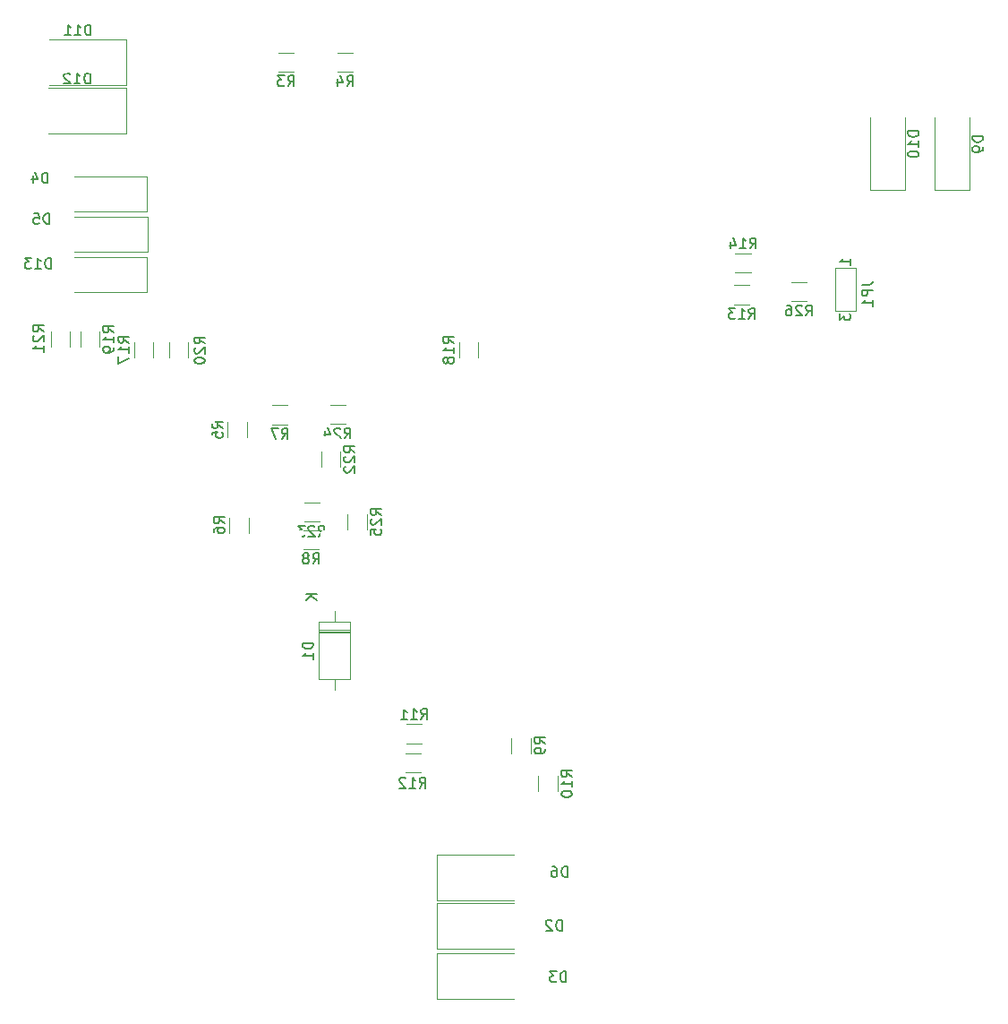
<source format=gbo>
%TF.GenerationSoftware,KiCad,Pcbnew,5.1.10-88a1d61d58~88~ubuntu18.04.1*%
%TF.CreationDate,2021-05-26T02:41:18+03:00*%
%TF.ProjectId,Micra Cruise Control Schemantics,4d696372-6120-4437-9275-69736520436f,rev?*%
%TF.SameCoordinates,Original*%
%TF.FileFunction,Legend,Bot*%
%TF.FilePolarity,Positive*%
%FSLAX46Y46*%
G04 Gerber Fmt 4.6, Leading zero omitted, Abs format (unit mm)*
G04 Created by KiCad (PCBNEW 5.1.10-88a1d61d58~88~ubuntu18.04.1) date 2021-05-26 02:41:18*
%MOMM*%
%LPD*%
G01*
G04 APERTURE LIST*
%ADD10C,0.120000*%
%ADD11C,0.150000*%
%ADD12O,1.600000X1.600000*%
%ADD13R,1.600000X1.600000*%
%ADD14C,3.700000*%
%ADD15O,1.950000X1.700000*%
%ADD16R,1.050000X1.500000*%
%ADD17O,1.050000X1.500000*%
%ADD18R,1.500000X1.000000*%
%ADD19O,1.700000X1.950000*%
%ADD20O,2.000000X1.700000*%
%ADD21R,3.500000X1.800000*%
%ADD22R,3.500000X2.300000*%
%ADD23R,1.800000X3.500000*%
%ADD24O,2.200000X2.200000*%
%ADD25R,2.200000X2.200000*%
%ADD26C,1.600000*%
G04 APERTURE END LIST*
D10*
%TO.C,R26*%
X111572936Y-65010000D02*
X113027064Y-65010000D01*
X111572936Y-63190000D02*
X113027064Y-63190000D01*
%TO.C,R25*%
X71410000Y-86577064D02*
X71410000Y-85122936D01*
X69590000Y-86577064D02*
X69590000Y-85122936D01*
%TO.C,R24*%
X67922936Y-76610000D02*
X69377064Y-76610000D01*
X67922936Y-74790000D02*
X69377064Y-74790000D01*
%TO.C,R23*%
X65472936Y-85860000D02*
X66927064Y-85860000D01*
X65472936Y-84040000D02*
X66927064Y-84040000D01*
%TO.C,R22*%
X68910000Y-80677064D02*
X68910000Y-79222936D01*
X67090000Y-80677064D02*
X67090000Y-79222936D01*
%TO.C,R21*%
X43328000Y-69281064D02*
X43328000Y-67826936D01*
X41508000Y-69281064D02*
X41508000Y-67826936D01*
%TO.C,R20*%
X52684000Y-68868936D02*
X52684000Y-70323064D01*
X54504000Y-68868936D02*
X54504000Y-70323064D01*
%TO.C,R19*%
X46122000Y-69333064D02*
X46122000Y-67878936D01*
X44302000Y-69333064D02*
X44302000Y-67878936D01*
%TO.C,R18*%
X80116000Y-68894936D02*
X80116000Y-70349064D01*
X81936000Y-68894936D02*
X81936000Y-70349064D01*
%TO.C,R17*%
X49382000Y-68842936D02*
X49382000Y-70297064D01*
X51202000Y-68842936D02*
X51202000Y-70297064D01*
%TO.C,R14*%
X107727064Y-60490000D02*
X106272936Y-60490000D01*
X107727064Y-62310000D02*
X106272936Y-62310000D01*
%TO.C,R13*%
X106172936Y-65310000D02*
X107627064Y-65310000D01*
X106172936Y-63490000D02*
X107627064Y-63490000D01*
%TO.C,R12*%
X76527064Y-107740000D02*
X75072936Y-107740000D01*
X76527064Y-109560000D02*
X75072936Y-109560000D01*
%TO.C,R11*%
X76627064Y-104990000D02*
X75172936Y-104990000D01*
X76627064Y-106810000D02*
X75172936Y-106810000D01*
%TO.C,R10*%
X89460000Y-111327064D02*
X89460000Y-109872936D01*
X87640000Y-111327064D02*
X87640000Y-109872936D01*
%TO.C,R9*%
X86910000Y-107727064D02*
X86910000Y-106272936D01*
X85090000Y-107727064D02*
X85090000Y-106272936D01*
%TO.C,R8*%
X65422936Y-88460000D02*
X66877064Y-88460000D01*
X65422936Y-86640000D02*
X66877064Y-86640000D01*
%TO.C,R7*%
X62472936Y-76660000D02*
X63927064Y-76660000D01*
X62472936Y-74840000D02*
X63927064Y-74840000D01*
%TO.C,R6*%
X58400000Y-85442936D02*
X58400000Y-86897064D01*
X60220000Y-85442936D02*
X60220000Y-86897064D01*
%TO.C,R5*%
X58240000Y-76422936D02*
X58240000Y-77877064D01*
X60060000Y-76422936D02*
X60060000Y-77877064D01*
%TO.C,R4*%
X68640936Y-43328000D02*
X70095064Y-43328000D01*
X68640936Y-41508000D02*
X70095064Y-41508000D01*
%TO.C,R3*%
X63052936Y-43328000D02*
X64507064Y-43328000D01*
X63052936Y-41508000D02*
X64507064Y-41508000D01*
%TO.C,JP1*%
X117700000Y-61850000D02*
X115700000Y-61850000D01*
X117700000Y-65950000D02*
X117700000Y-61850000D01*
X115700000Y-65950000D02*
X117700000Y-65950000D01*
X115700000Y-61850000D02*
X115700000Y-65950000D01*
%TO.C,D13*%
X50628000Y-60834000D02*
X50628000Y-64134000D01*
X50628000Y-64134000D02*
X43728000Y-64134000D01*
X50628000Y-60834000D02*
X43728000Y-60834000D01*
%TO.C,D12*%
X48636000Y-44850000D02*
X48636000Y-49150000D01*
X48636000Y-49150000D02*
X41336000Y-49150000D01*
X48636000Y-44850000D02*
X41336000Y-44850000D01*
%TO.C,D11*%
X48702000Y-40268000D02*
X48702000Y-44568000D01*
X48702000Y-44568000D02*
X41402000Y-44568000D01*
X48702000Y-40268000D02*
X41402000Y-40268000D01*
%TO.C,D10*%
X122300000Y-54530000D02*
X119000000Y-54530000D01*
X119000000Y-54530000D02*
X119000000Y-47630000D01*
X122300000Y-54530000D02*
X122300000Y-47630000D01*
%TO.C,D9*%
X128400000Y-54530000D02*
X125100000Y-54530000D01*
X125100000Y-54530000D02*
X125100000Y-47630000D01*
X128400000Y-54530000D02*
X128400000Y-47630000D01*
%TO.C,D6*%
X78000000Y-121600000D02*
X78000000Y-117300000D01*
X78000000Y-117300000D02*
X85300000Y-117300000D01*
X78000000Y-121600000D02*
X85300000Y-121600000D01*
%TO.C,D5*%
X50668000Y-57024000D02*
X50668000Y-60324000D01*
X50668000Y-60324000D02*
X43768000Y-60324000D01*
X50668000Y-57024000D02*
X43768000Y-57024000D01*
%TO.C,D4*%
X50628000Y-53214000D02*
X50628000Y-56514000D01*
X50628000Y-56514000D02*
X43728000Y-56514000D01*
X50628000Y-53214000D02*
X43728000Y-53214000D01*
%TO.C,D3*%
X78050000Y-130950000D02*
X78050000Y-126650000D01*
X78050000Y-126650000D02*
X85350000Y-126650000D01*
X78050000Y-130950000D02*
X85350000Y-130950000D01*
%TO.C,D2*%
X78000000Y-126200000D02*
X78000000Y-121900000D01*
X78000000Y-121900000D02*
X85300000Y-121900000D01*
X78000000Y-126200000D02*
X85300000Y-126200000D01*
%TO.C,D1*%
X66880000Y-95310000D02*
X69820000Y-95310000D01*
X69820000Y-95310000D02*
X69820000Y-100750000D01*
X69820000Y-100750000D02*
X66880000Y-100750000D01*
X66880000Y-100750000D02*
X66880000Y-95310000D01*
X68350000Y-94290000D02*
X68350000Y-95310000D01*
X68350000Y-101770000D02*
X68350000Y-100750000D01*
X66880000Y-96210000D02*
X69820000Y-96210000D01*
X66880000Y-96330000D02*
X69820000Y-96330000D01*
X66880000Y-96090000D02*
X69820000Y-96090000D01*
%TO.C,R26*%
D11*
X112942857Y-66372380D02*
X113276190Y-65896190D01*
X113514285Y-66372380D02*
X113514285Y-65372380D01*
X113133333Y-65372380D01*
X113038095Y-65420000D01*
X112990476Y-65467619D01*
X112942857Y-65562857D01*
X112942857Y-65705714D01*
X112990476Y-65800952D01*
X113038095Y-65848571D01*
X113133333Y-65896190D01*
X113514285Y-65896190D01*
X112561904Y-65467619D02*
X112514285Y-65420000D01*
X112419047Y-65372380D01*
X112180952Y-65372380D01*
X112085714Y-65420000D01*
X112038095Y-65467619D01*
X111990476Y-65562857D01*
X111990476Y-65658095D01*
X112038095Y-65800952D01*
X112609523Y-66372380D01*
X111990476Y-66372380D01*
X111133333Y-65372380D02*
X111323809Y-65372380D01*
X111419047Y-65420000D01*
X111466666Y-65467619D01*
X111561904Y-65610476D01*
X111609523Y-65800952D01*
X111609523Y-66181904D01*
X111561904Y-66277142D01*
X111514285Y-66324761D01*
X111419047Y-66372380D01*
X111228571Y-66372380D01*
X111133333Y-66324761D01*
X111085714Y-66277142D01*
X111038095Y-66181904D01*
X111038095Y-65943809D01*
X111085714Y-65848571D01*
X111133333Y-65800952D01*
X111228571Y-65753333D01*
X111419047Y-65753333D01*
X111514285Y-65800952D01*
X111561904Y-65848571D01*
X111609523Y-65943809D01*
%TO.C,R25*%
X72772380Y-85207142D02*
X72296190Y-84873809D01*
X72772380Y-84635714D02*
X71772380Y-84635714D01*
X71772380Y-85016666D01*
X71820000Y-85111904D01*
X71867619Y-85159523D01*
X71962857Y-85207142D01*
X72105714Y-85207142D01*
X72200952Y-85159523D01*
X72248571Y-85111904D01*
X72296190Y-85016666D01*
X72296190Y-84635714D01*
X71867619Y-85588095D02*
X71820000Y-85635714D01*
X71772380Y-85730952D01*
X71772380Y-85969047D01*
X71820000Y-86064285D01*
X71867619Y-86111904D01*
X71962857Y-86159523D01*
X72058095Y-86159523D01*
X72200952Y-86111904D01*
X72772380Y-85540476D01*
X72772380Y-86159523D01*
X71772380Y-87064285D02*
X71772380Y-86588095D01*
X72248571Y-86540476D01*
X72200952Y-86588095D01*
X72153333Y-86683333D01*
X72153333Y-86921428D01*
X72200952Y-87016666D01*
X72248571Y-87064285D01*
X72343809Y-87111904D01*
X72581904Y-87111904D01*
X72677142Y-87064285D01*
X72724761Y-87016666D01*
X72772380Y-86921428D01*
X72772380Y-86683333D01*
X72724761Y-86588095D01*
X72677142Y-86540476D01*
%TO.C,R24*%
X69292857Y-77972380D02*
X69626190Y-77496190D01*
X69864285Y-77972380D02*
X69864285Y-76972380D01*
X69483333Y-76972380D01*
X69388095Y-77020000D01*
X69340476Y-77067619D01*
X69292857Y-77162857D01*
X69292857Y-77305714D01*
X69340476Y-77400952D01*
X69388095Y-77448571D01*
X69483333Y-77496190D01*
X69864285Y-77496190D01*
X68911904Y-77067619D02*
X68864285Y-77020000D01*
X68769047Y-76972380D01*
X68530952Y-76972380D01*
X68435714Y-77020000D01*
X68388095Y-77067619D01*
X68340476Y-77162857D01*
X68340476Y-77258095D01*
X68388095Y-77400952D01*
X68959523Y-77972380D01*
X68340476Y-77972380D01*
X67483333Y-77305714D02*
X67483333Y-77972380D01*
X67721428Y-76924761D02*
X67959523Y-77639047D01*
X67340476Y-77639047D01*
%TO.C,R23*%
X66842857Y-87222380D02*
X67176190Y-86746190D01*
X67414285Y-87222380D02*
X67414285Y-86222380D01*
X67033333Y-86222380D01*
X66938095Y-86270000D01*
X66890476Y-86317619D01*
X66842857Y-86412857D01*
X66842857Y-86555714D01*
X66890476Y-86650952D01*
X66938095Y-86698571D01*
X67033333Y-86746190D01*
X67414285Y-86746190D01*
X66461904Y-86317619D02*
X66414285Y-86270000D01*
X66319047Y-86222380D01*
X66080952Y-86222380D01*
X65985714Y-86270000D01*
X65938095Y-86317619D01*
X65890476Y-86412857D01*
X65890476Y-86508095D01*
X65938095Y-86650952D01*
X66509523Y-87222380D01*
X65890476Y-87222380D01*
X65557142Y-86222380D02*
X64938095Y-86222380D01*
X65271428Y-86603333D01*
X65128571Y-86603333D01*
X65033333Y-86650952D01*
X64985714Y-86698571D01*
X64938095Y-86793809D01*
X64938095Y-87031904D01*
X64985714Y-87127142D01*
X65033333Y-87174761D01*
X65128571Y-87222380D01*
X65414285Y-87222380D01*
X65509523Y-87174761D01*
X65557142Y-87127142D01*
%TO.C,R22*%
X70272380Y-79307142D02*
X69796190Y-78973809D01*
X70272380Y-78735714D02*
X69272380Y-78735714D01*
X69272380Y-79116666D01*
X69320000Y-79211904D01*
X69367619Y-79259523D01*
X69462857Y-79307142D01*
X69605714Y-79307142D01*
X69700952Y-79259523D01*
X69748571Y-79211904D01*
X69796190Y-79116666D01*
X69796190Y-78735714D01*
X69367619Y-79688095D02*
X69320000Y-79735714D01*
X69272380Y-79830952D01*
X69272380Y-80069047D01*
X69320000Y-80164285D01*
X69367619Y-80211904D01*
X69462857Y-80259523D01*
X69558095Y-80259523D01*
X69700952Y-80211904D01*
X70272380Y-79640476D01*
X70272380Y-80259523D01*
X69367619Y-80640476D02*
X69320000Y-80688095D01*
X69272380Y-80783333D01*
X69272380Y-81021428D01*
X69320000Y-81116666D01*
X69367619Y-81164285D01*
X69462857Y-81211904D01*
X69558095Y-81211904D01*
X69700952Y-81164285D01*
X70272380Y-80592857D01*
X70272380Y-81211904D01*
%TO.C,R21*%
X40832380Y-67877142D02*
X40356190Y-67543809D01*
X40832380Y-67305714D02*
X39832380Y-67305714D01*
X39832380Y-67686666D01*
X39880000Y-67781904D01*
X39927619Y-67829523D01*
X40022857Y-67877142D01*
X40165714Y-67877142D01*
X40260952Y-67829523D01*
X40308571Y-67781904D01*
X40356190Y-67686666D01*
X40356190Y-67305714D01*
X39927619Y-68258095D02*
X39880000Y-68305714D01*
X39832380Y-68400952D01*
X39832380Y-68639047D01*
X39880000Y-68734285D01*
X39927619Y-68781904D01*
X40022857Y-68829523D01*
X40118095Y-68829523D01*
X40260952Y-68781904D01*
X40832380Y-68210476D01*
X40832380Y-68829523D01*
X40832380Y-69781904D02*
X40832380Y-69210476D01*
X40832380Y-69496190D02*
X39832380Y-69496190D01*
X39975238Y-69400952D01*
X40070476Y-69305714D01*
X40118095Y-69210476D01*
%TO.C,R20*%
X56092380Y-69007142D02*
X55616190Y-68673809D01*
X56092380Y-68435714D02*
X55092380Y-68435714D01*
X55092380Y-68816666D01*
X55140000Y-68911904D01*
X55187619Y-68959523D01*
X55282857Y-69007142D01*
X55425714Y-69007142D01*
X55520952Y-68959523D01*
X55568571Y-68911904D01*
X55616190Y-68816666D01*
X55616190Y-68435714D01*
X55187619Y-69388095D02*
X55140000Y-69435714D01*
X55092380Y-69530952D01*
X55092380Y-69769047D01*
X55140000Y-69864285D01*
X55187619Y-69911904D01*
X55282857Y-69959523D01*
X55378095Y-69959523D01*
X55520952Y-69911904D01*
X56092380Y-69340476D01*
X56092380Y-69959523D01*
X55092380Y-70578571D02*
X55092380Y-70673809D01*
X55140000Y-70769047D01*
X55187619Y-70816666D01*
X55282857Y-70864285D01*
X55473333Y-70911904D01*
X55711428Y-70911904D01*
X55901904Y-70864285D01*
X55997142Y-70816666D01*
X56044761Y-70769047D01*
X56092380Y-70673809D01*
X56092380Y-70578571D01*
X56044761Y-70483333D01*
X55997142Y-70435714D01*
X55901904Y-70388095D01*
X55711428Y-70340476D01*
X55473333Y-70340476D01*
X55282857Y-70388095D01*
X55187619Y-70435714D01*
X55140000Y-70483333D01*
X55092380Y-70578571D01*
%TO.C,R19*%
X47484380Y-67963142D02*
X47008190Y-67629809D01*
X47484380Y-67391714D02*
X46484380Y-67391714D01*
X46484380Y-67772666D01*
X46532000Y-67867904D01*
X46579619Y-67915523D01*
X46674857Y-67963142D01*
X46817714Y-67963142D01*
X46912952Y-67915523D01*
X46960571Y-67867904D01*
X47008190Y-67772666D01*
X47008190Y-67391714D01*
X47484380Y-68915523D02*
X47484380Y-68344095D01*
X47484380Y-68629809D02*
X46484380Y-68629809D01*
X46627238Y-68534571D01*
X46722476Y-68439333D01*
X46770095Y-68344095D01*
X47484380Y-69391714D02*
X47484380Y-69582190D01*
X47436761Y-69677428D01*
X47389142Y-69725047D01*
X47246285Y-69820285D01*
X47055809Y-69867904D01*
X46674857Y-69867904D01*
X46579619Y-69820285D01*
X46532000Y-69772666D01*
X46484380Y-69677428D01*
X46484380Y-69486952D01*
X46532000Y-69391714D01*
X46579619Y-69344095D01*
X46674857Y-69296476D01*
X46912952Y-69296476D01*
X47008190Y-69344095D01*
X47055809Y-69391714D01*
X47103428Y-69486952D01*
X47103428Y-69677428D01*
X47055809Y-69772666D01*
X47008190Y-69820285D01*
X46912952Y-69867904D01*
%TO.C,R18*%
X79658380Y-68979142D02*
X79182190Y-68645809D01*
X79658380Y-68407714D02*
X78658380Y-68407714D01*
X78658380Y-68788666D01*
X78706000Y-68883904D01*
X78753619Y-68931523D01*
X78848857Y-68979142D01*
X78991714Y-68979142D01*
X79086952Y-68931523D01*
X79134571Y-68883904D01*
X79182190Y-68788666D01*
X79182190Y-68407714D01*
X79658380Y-69931523D02*
X79658380Y-69360095D01*
X79658380Y-69645809D02*
X78658380Y-69645809D01*
X78801238Y-69550571D01*
X78896476Y-69455333D01*
X78944095Y-69360095D01*
X79086952Y-70502952D02*
X79039333Y-70407714D01*
X78991714Y-70360095D01*
X78896476Y-70312476D01*
X78848857Y-70312476D01*
X78753619Y-70360095D01*
X78706000Y-70407714D01*
X78658380Y-70502952D01*
X78658380Y-70693428D01*
X78706000Y-70788666D01*
X78753619Y-70836285D01*
X78848857Y-70883904D01*
X78896476Y-70883904D01*
X78991714Y-70836285D01*
X79039333Y-70788666D01*
X79086952Y-70693428D01*
X79086952Y-70502952D01*
X79134571Y-70407714D01*
X79182190Y-70360095D01*
X79277428Y-70312476D01*
X79467904Y-70312476D01*
X79563142Y-70360095D01*
X79610761Y-70407714D01*
X79658380Y-70502952D01*
X79658380Y-70693428D01*
X79610761Y-70788666D01*
X79563142Y-70836285D01*
X79467904Y-70883904D01*
X79277428Y-70883904D01*
X79182190Y-70836285D01*
X79134571Y-70788666D01*
X79086952Y-70693428D01*
%TO.C,R17*%
X48924380Y-68927142D02*
X48448190Y-68593809D01*
X48924380Y-68355714D02*
X47924380Y-68355714D01*
X47924380Y-68736666D01*
X47972000Y-68831904D01*
X48019619Y-68879523D01*
X48114857Y-68927142D01*
X48257714Y-68927142D01*
X48352952Y-68879523D01*
X48400571Y-68831904D01*
X48448190Y-68736666D01*
X48448190Y-68355714D01*
X48924380Y-69879523D02*
X48924380Y-69308095D01*
X48924380Y-69593809D02*
X47924380Y-69593809D01*
X48067238Y-69498571D01*
X48162476Y-69403333D01*
X48210095Y-69308095D01*
X47924380Y-70212857D02*
X47924380Y-70879523D01*
X48924380Y-70450952D01*
%TO.C,R14*%
X107642857Y-60032380D02*
X107976190Y-59556190D01*
X108214285Y-60032380D02*
X108214285Y-59032380D01*
X107833333Y-59032380D01*
X107738095Y-59080000D01*
X107690476Y-59127619D01*
X107642857Y-59222857D01*
X107642857Y-59365714D01*
X107690476Y-59460952D01*
X107738095Y-59508571D01*
X107833333Y-59556190D01*
X108214285Y-59556190D01*
X106690476Y-60032380D02*
X107261904Y-60032380D01*
X106976190Y-60032380D02*
X106976190Y-59032380D01*
X107071428Y-59175238D01*
X107166666Y-59270476D01*
X107261904Y-59318095D01*
X105833333Y-59365714D02*
X105833333Y-60032380D01*
X106071428Y-58984761D02*
X106309523Y-59699047D01*
X105690476Y-59699047D01*
%TO.C,R13*%
X107542857Y-66672380D02*
X107876190Y-66196190D01*
X108114285Y-66672380D02*
X108114285Y-65672380D01*
X107733333Y-65672380D01*
X107638095Y-65720000D01*
X107590476Y-65767619D01*
X107542857Y-65862857D01*
X107542857Y-66005714D01*
X107590476Y-66100952D01*
X107638095Y-66148571D01*
X107733333Y-66196190D01*
X108114285Y-66196190D01*
X106590476Y-66672380D02*
X107161904Y-66672380D01*
X106876190Y-66672380D02*
X106876190Y-65672380D01*
X106971428Y-65815238D01*
X107066666Y-65910476D01*
X107161904Y-65958095D01*
X106257142Y-65672380D02*
X105638095Y-65672380D01*
X105971428Y-66053333D01*
X105828571Y-66053333D01*
X105733333Y-66100952D01*
X105685714Y-66148571D01*
X105638095Y-66243809D01*
X105638095Y-66481904D01*
X105685714Y-66577142D01*
X105733333Y-66624761D01*
X105828571Y-66672380D01*
X106114285Y-66672380D01*
X106209523Y-66624761D01*
X106257142Y-66577142D01*
%TO.C,R12*%
X76392857Y-111012380D02*
X76726190Y-110536190D01*
X76964285Y-111012380D02*
X76964285Y-110012380D01*
X76583333Y-110012380D01*
X76488095Y-110060000D01*
X76440476Y-110107619D01*
X76392857Y-110202857D01*
X76392857Y-110345714D01*
X76440476Y-110440952D01*
X76488095Y-110488571D01*
X76583333Y-110536190D01*
X76964285Y-110536190D01*
X75440476Y-111012380D02*
X76011904Y-111012380D01*
X75726190Y-111012380D02*
X75726190Y-110012380D01*
X75821428Y-110155238D01*
X75916666Y-110250476D01*
X76011904Y-110298095D01*
X75059523Y-110107619D02*
X75011904Y-110060000D01*
X74916666Y-110012380D01*
X74678571Y-110012380D01*
X74583333Y-110060000D01*
X74535714Y-110107619D01*
X74488095Y-110202857D01*
X74488095Y-110298095D01*
X74535714Y-110440952D01*
X75107142Y-111012380D01*
X74488095Y-111012380D01*
%TO.C,R11*%
X76542857Y-104532380D02*
X76876190Y-104056190D01*
X77114285Y-104532380D02*
X77114285Y-103532380D01*
X76733333Y-103532380D01*
X76638095Y-103580000D01*
X76590476Y-103627619D01*
X76542857Y-103722857D01*
X76542857Y-103865714D01*
X76590476Y-103960952D01*
X76638095Y-104008571D01*
X76733333Y-104056190D01*
X77114285Y-104056190D01*
X75590476Y-104532380D02*
X76161904Y-104532380D01*
X75876190Y-104532380D02*
X75876190Y-103532380D01*
X75971428Y-103675238D01*
X76066666Y-103770476D01*
X76161904Y-103818095D01*
X74638095Y-104532380D02*
X75209523Y-104532380D01*
X74923809Y-104532380D02*
X74923809Y-103532380D01*
X75019047Y-103675238D01*
X75114285Y-103770476D01*
X75209523Y-103818095D01*
%TO.C,R10*%
X90822380Y-109957142D02*
X90346190Y-109623809D01*
X90822380Y-109385714D02*
X89822380Y-109385714D01*
X89822380Y-109766666D01*
X89870000Y-109861904D01*
X89917619Y-109909523D01*
X90012857Y-109957142D01*
X90155714Y-109957142D01*
X90250952Y-109909523D01*
X90298571Y-109861904D01*
X90346190Y-109766666D01*
X90346190Y-109385714D01*
X90822380Y-110909523D02*
X90822380Y-110338095D01*
X90822380Y-110623809D02*
X89822380Y-110623809D01*
X89965238Y-110528571D01*
X90060476Y-110433333D01*
X90108095Y-110338095D01*
X89822380Y-111528571D02*
X89822380Y-111623809D01*
X89870000Y-111719047D01*
X89917619Y-111766666D01*
X90012857Y-111814285D01*
X90203333Y-111861904D01*
X90441428Y-111861904D01*
X90631904Y-111814285D01*
X90727142Y-111766666D01*
X90774761Y-111719047D01*
X90822380Y-111623809D01*
X90822380Y-111528571D01*
X90774761Y-111433333D01*
X90727142Y-111385714D01*
X90631904Y-111338095D01*
X90441428Y-111290476D01*
X90203333Y-111290476D01*
X90012857Y-111338095D01*
X89917619Y-111385714D01*
X89870000Y-111433333D01*
X89822380Y-111528571D01*
%TO.C,R9*%
X88272380Y-106833333D02*
X87796190Y-106500000D01*
X88272380Y-106261904D02*
X87272380Y-106261904D01*
X87272380Y-106642857D01*
X87320000Y-106738095D01*
X87367619Y-106785714D01*
X87462857Y-106833333D01*
X87605714Y-106833333D01*
X87700952Y-106785714D01*
X87748571Y-106738095D01*
X87796190Y-106642857D01*
X87796190Y-106261904D01*
X88272380Y-107309523D02*
X88272380Y-107500000D01*
X88224761Y-107595238D01*
X88177142Y-107642857D01*
X88034285Y-107738095D01*
X87843809Y-107785714D01*
X87462857Y-107785714D01*
X87367619Y-107738095D01*
X87320000Y-107690476D01*
X87272380Y-107595238D01*
X87272380Y-107404761D01*
X87320000Y-107309523D01*
X87367619Y-107261904D01*
X87462857Y-107214285D01*
X87700952Y-107214285D01*
X87796190Y-107261904D01*
X87843809Y-107309523D01*
X87891428Y-107404761D01*
X87891428Y-107595238D01*
X87843809Y-107690476D01*
X87796190Y-107738095D01*
X87700952Y-107785714D01*
%TO.C,R8*%
X66316666Y-89822380D02*
X66650000Y-89346190D01*
X66888095Y-89822380D02*
X66888095Y-88822380D01*
X66507142Y-88822380D01*
X66411904Y-88870000D01*
X66364285Y-88917619D01*
X66316666Y-89012857D01*
X66316666Y-89155714D01*
X66364285Y-89250952D01*
X66411904Y-89298571D01*
X66507142Y-89346190D01*
X66888095Y-89346190D01*
X65745238Y-89250952D02*
X65840476Y-89203333D01*
X65888095Y-89155714D01*
X65935714Y-89060476D01*
X65935714Y-89012857D01*
X65888095Y-88917619D01*
X65840476Y-88870000D01*
X65745238Y-88822380D01*
X65554761Y-88822380D01*
X65459523Y-88870000D01*
X65411904Y-88917619D01*
X65364285Y-89012857D01*
X65364285Y-89060476D01*
X65411904Y-89155714D01*
X65459523Y-89203333D01*
X65554761Y-89250952D01*
X65745238Y-89250952D01*
X65840476Y-89298571D01*
X65888095Y-89346190D01*
X65935714Y-89441428D01*
X65935714Y-89631904D01*
X65888095Y-89727142D01*
X65840476Y-89774761D01*
X65745238Y-89822380D01*
X65554761Y-89822380D01*
X65459523Y-89774761D01*
X65411904Y-89727142D01*
X65364285Y-89631904D01*
X65364285Y-89441428D01*
X65411904Y-89346190D01*
X65459523Y-89298571D01*
X65554761Y-89250952D01*
%TO.C,R7*%
X63366666Y-78022380D02*
X63700000Y-77546190D01*
X63938095Y-78022380D02*
X63938095Y-77022380D01*
X63557142Y-77022380D01*
X63461904Y-77070000D01*
X63414285Y-77117619D01*
X63366666Y-77212857D01*
X63366666Y-77355714D01*
X63414285Y-77450952D01*
X63461904Y-77498571D01*
X63557142Y-77546190D01*
X63938095Y-77546190D01*
X63033333Y-77022380D02*
X62366666Y-77022380D01*
X62795238Y-78022380D01*
%TO.C,R6*%
X57942380Y-86003333D02*
X57466190Y-85670000D01*
X57942380Y-85431904D02*
X56942380Y-85431904D01*
X56942380Y-85812857D01*
X56990000Y-85908095D01*
X57037619Y-85955714D01*
X57132857Y-86003333D01*
X57275714Y-86003333D01*
X57370952Y-85955714D01*
X57418571Y-85908095D01*
X57466190Y-85812857D01*
X57466190Y-85431904D01*
X56942380Y-86860476D02*
X56942380Y-86670000D01*
X56990000Y-86574761D01*
X57037619Y-86527142D01*
X57180476Y-86431904D01*
X57370952Y-86384285D01*
X57751904Y-86384285D01*
X57847142Y-86431904D01*
X57894761Y-86479523D01*
X57942380Y-86574761D01*
X57942380Y-86765238D01*
X57894761Y-86860476D01*
X57847142Y-86908095D01*
X57751904Y-86955714D01*
X57513809Y-86955714D01*
X57418571Y-86908095D01*
X57370952Y-86860476D01*
X57323333Y-86765238D01*
X57323333Y-86574761D01*
X57370952Y-86479523D01*
X57418571Y-86431904D01*
X57513809Y-86384285D01*
%TO.C,R5*%
X57782380Y-76983333D02*
X57306190Y-76650000D01*
X57782380Y-76411904D02*
X56782380Y-76411904D01*
X56782380Y-76792857D01*
X56830000Y-76888095D01*
X56877619Y-76935714D01*
X56972857Y-76983333D01*
X57115714Y-76983333D01*
X57210952Y-76935714D01*
X57258571Y-76888095D01*
X57306190Y-76792857D01*
X57306190Y-76411904D01*
X56782380Y-77888095D02*
X56782380Y-77411904D01*
X57258571Y-77364285D01*
X57210952Y-77411904D01*
X57163333Y-77507142D01*
X57163333Y-77745238D01*
X57210952Y-77840476D01*
X57258571Y-77888095D01*
X57353809Y-77935714D01*
X57591904Y-77935714D01*
X57687142Y-77888095D01*
X57734761Y-77840476D01*
X57782380Y-77745238D01*
X57782380Y-77507142D01*
X57734761Y-77411904D01*
X57687142Y-77364285D01*
%TO.C,R4*%
X69534666Y-44690380D02*
X69868000Y-44214190D01*
X70106095Y-44690380D02*
X70106095Y-43690380D01*
X69725142Y-43690380D01*
X69629904Y-43738000D01*
X69582285Y-43785619D01*
X69534666Y-43880857D01*
X69534666Y-44023714D01*
X69582285Y-44118952D01*
X69629904Y-44166571D01*
X69725142Y-44214190D01*
X70106095Y-44214190D01*
X68677523Y-44023714D02*
X68677523Y-44690380D01*
X68915619Y-43642761D02*
X69153714Y-44357047D01*
X68534666Y-44357047D01*
%TO.C,R3*%
X63946666Y-44690380D02*
X64280000Y-44214190D01*
X64518095Y-44690380D02*
X64518095Y-43690380D01*
X64137142Y-43690380D01*
X64041904Y-43738000D01*
X63994285Y-43785619D01*
X63946666Y-43880857D01*
X63946666Y-44023714D01*
X63994285Y-44118952D01*
X64041904Y-44166571D01*
X64137142Y-44214190D01*
X64518095Y-44214190D01*
X63613333Y-43690380D02*
X62994285Y-43690380D01*
X63327619Y-44071333D01*
X63184761Y-44071333D01*
X63089523Y-44118952D01*
X63041904Y-44166571D01*
X62994285Y-44261809D01*
X62994285Y-44499904D01*
X63041904Y-44595142D01*
X63089523Y-44642761D01*
X63184761Y-44690380D01*
X63470476Y-44690380D01*
X63565714Y-44642761D01*
X63613333Y-44595142D01*
%TO.C,JP1*%
X118242380Y-63466666D02*
X118956666Y-63466666D01*
X119099523Y-63419047D01*
X119194761Y-63323809D01*
X119242380Y-63180952D01*
X119242380Y-63085714D01*
X119242380Y-63942857D02*
X118242380Y-63942857D01*
X118242380Y-64323809D01*
X118290000Y-64419047D01*
X118337619Y-64466666D01*
X118432857Y-64514285D01*
X118575714Y-64514285D01*
X118670952Y-64466666D01*
X118718571Y-64419047D01*
X118766190Y-64323809D01*
X118766190Y-63942857D01*
X119242380Y-65466666D02*
X119242380Y-64895238D01*
X119242380Y-65180952D02*
X118242380Y-65180952D01*
X118385238Y-65085714D01*
X118480476Y-64990476D01*
X118528095Y-64895238D01*
X117152380Y-61585714D02*
X117152380Y-61014285D01*
X117152380Y-61300000D02*
X116152380Y-61300000D01*
X116295238Y-61204761D01*
X116390476Y-61109523D01*
X116438095Y-61014285D01*
X116152380Y-66166666D02*
X116152380Y-66785714D01*
X116533333Y-66452380D01*
X116533333Y-66595238D01*
X116580952Y-66690476D01*
X116628571Y-66738095D01*
X116723809Y-66785714D01*
X116961904Y-66785714D01*
X117057142Y-66738095D01*
X117104761Y-66690476D01*
X117152380Y-66595238D01*
X117152380Y-66309523D01*
X117104761Y-66214285D01*
X117057142Y-66166666D01*
%TO.C,D13*%
X41544285Y-61922380D02*
X41544285Y-60922380D01*
X41306190Y-60922380D01*
X41163333Y-60970000D01*
X41068095Y-61065238D01*
X41020476Y-61160476D01*
X40972857Y-61350952D01*
X40972857Y-61493809D01*
X41020476Y-61684285D01*
X41068095Y-61779523D01*
X41163333Y-61874761D01*
X41306190Y-61922380D01*
X41544285Y-61922380D01*
X40020476Y-61922380D02*
X40591904Y-61922380D01*
X40306190Y-61922380D02*
X40306190Y-60922380D01*
X40401428Y-61065238D01*
X40496666Y-61160476D01*
X40591904Y-61208095D01*
X39687142Y-60922380D02*
X39068095Y-60922380D01*
X39401428Y-61303333D01*
X39258571Y-61303333D01*
X39163333Y-61350952D01*
X39115714Y-61398571D01*
X39068095Y-61493809D01*
X39068095Y-61731904D01*
X39115714Y-61827142D01*
X39163333Y-61874761D01*
X39258571Y-61922380D01*
X39544285Y-61922380D01*
X39639523Y-61874761D01*
X39687142Y-61827142D01*
%TO.C,D12*%
X45250285Y-44452380D02*
X45250285Y-43452380D01*
X45012190Y-43452380D01*
X44869333Y-43500000D01*
X44774095Y-43595238D01*
X44726476Y-43690476D01*
X44678857Y-43880952D01*
X44678857Y-44023809D01*
X44726476Y-44214285D01*
X44774095Y-44309523D01*
X44869333Y-44404761D01*
X45012190Y-44452380D01*
X45250285Y-44452380D01*
X43726476Y-44452380D02*
X44297904Y-44452380D01*
X44012190Y-44452380D02*
X44012190Y-43452380D01*
X44107428Y-43595238D01*
X44202666Y-43690476D01*
X44297904Y-43738095D01*
X43345523Y-43547619D02*
X43297904Y-43500000D01*
X43202666Y-43452380D01*
X42964571Y-43452380D01*
X42869333Y-43500000D01*
X42821714Y-43547619D01*
X42774095Y-43642857D01*
X42774095Y-43738095D01*
X42821714Y-43880952D01*
X43393142Y-44452380D01*
X42774095Y-44452380D01*
%TO.C,D11*%
X45316285Y-39870380D02*
X45316285Y-38870380D01*
X45078190Y-38870380D01*
X44935333Y-38918000D01*
X44840095Y-39013238D01*
X44792476Y-39108476D01*
X44744857Y-39298952D01*
X44744857Y-39441809D01*
X44792476Y-39632285D01*
X44840095Y-39727523D01*
X44935333Y-39822761D01*
X45078190Y-39870380D01*
X45316285Y-39870380D01*
X43792476Y-39870380D02*
X44363904Y-39870380D01*
X44078190Y-39870380D02*
X44078190Y-38870380D01*
X44173428Y-39013238D01*
X44268666Y-39108476D01*
X44363904Y-39156095D01*
X42840095Y-39870380D02*
X43411523Y-39870380D01*
X43125809Y-39870380D02*
X43125809Y-38870380D01*
X43221047Y-39013238D01*
X43316285Y-39108476D01*
X43411523Y-39156095D01*
%TO.C,D10*%
X123602380Y-48915714D02*
X122602380Y-48915714D01*
X122602380Y-49153809D01*
X122650000Y-49296666D01*
X122745238Y-49391904D01*
X122840476Y-49439523D01*
X123030952Y-49487142D01*
X123173809Y-49487142D01*
X123364285Y-49439523D01*
X123459523Y-49391904D01*
X123554761Y-49296666D01*
X123602380Y-49153809D01*
X123602380Y-48915714D01*
X123602380Y-50439523D02*
X123602380Y-49868095D01*
X123602380Y-50153809D02*
X122602380Y-50153809D01*
X122745238Y-50058571D01*
X122840476Y-49963333D01*
X122888095Y-49868095D01*
X122602380Y-51058571D02*
X122602380Y-51153809D01*
X122650000Y-51249047D01*
X122697619Y-51296666D01*
X122792857Y-51344285D01*
X122983333Y-51391904D01*
X123221428Y-51391904D01*
X123411904Y-51344285D01*
X123507142Y-51296666D01*
X123554761Y-51249047D01*
X123602380Y-51153809D01*
X123602380Y-51058571D01*
X123554761Y-50963333D01*
X123507142Y-50915714D01*
X123411904Y-50868095D01*
X123221428Y-50820476D01*
X122983333Y-50820476D01*
X122792857Y-50868095D01*
X122697619Y-50915714D01*
X122650000Y-50963333D01*
X122602380Y-51058571D01*
%TO.C,D9*%
X129702380Y-49391904D02*
X128702380Y-49391904D01*
X128702380Y-49630000D01*
X128750000Y-49772857D01*
X128845238Y-49868095D01*
X128940476Y-49915714D01*
X129130952Y-49963333D01*
X129273809Y-49963333D01*
X129464285Y-49915714D01*
X129559523Y-49868095D01*
X129654761Y-49772857D01*
X129702380Y-49630000D01*
X129702380Y-49391904D01*
X129702380Y-50439523D02*
X129702380Y-50630000D01*
X129654761Y-50725238D01*
X129607142Y-50772857D01*
X129464285Y-50868095D01*
X129273809Y-50915714D01*
X128892857Y-50915714D01*
X128797619Y-50868095D01*
X128750000Y-50820476D01*
X128702380Y-50725238D01*
X128702380Y-50534761D01*
X128750000Y-50439523D01*
X128797619Y-50391904D01*
X128892857Y-50344285D01*
X129130952Y-50344285D01*
X129226190Y-50391904D01*
X129273809Y-50439523D01*
X129321428Y-50534761D01*
X129321428Y-50725238D01*
X129273809Y-50820476D01*
X129226190Y-50868095D01*
X129130952Y-50915714D01*
%TO.C,D6*%
X90378095Y-119422380D02*
X90378095Y-118422380D01*
X90140000Y-118422380D01*
X89997142Y-118470000D01*
X89901904Y-118565238D01*
X89854285Y-118660476D01*
X89806666Y-118850952D01*
X89806666Y-118993809D01*
X89854285Y-119184285D01*
X89901904Y-119279523D01*
X89997142Y-119374761D01*
X90140000Y-119422380D01*
X90378095Y-119422380D01*
X88949523Y-118422380D02*
X89140000Y-118422380D01*
X89235238Y-118470000D01*
X89282857Y-118517619D01*
X89378095Y-118660476D01*
X89425714Y-118850952D01*
X89425714Y-119231904D01*
X89378095Y-119327142D01*
X89330476Y-119374761D01*
X89235238Y-119422380D01*
X89044761Y-119422380D01*
X88949523Y-119374761D01*
X88901904Y-119327142D01*
X88854285Y-119231904D01*
X88854285Y-118993809D01*
X88901904Y-118898571D01*
X88949523Y-118850952D01*
X89044761Y-118803333D01*
X89235238Y-118803333D01*
X89330476Y-118850952D01*
X89378095Y-118898571D01*
X89425714Y-118993809D01*
%TO.C,D5*%
X41398095Y-57702380D02*
X41398095Y-56702380D01*
X41160000Y-56702380D01*
X41017142Y-56750000D01*
X40921904Y-56845238D01*
X40874285Y-56940476D01*
X40826666Y-57130952D01*
X40826666Y-57273809D01*
X40874285Y-57464285D01*
X40921904Y-57559523D01*
X41017142Y-57654761D01*
X41160000Y-57702380D01*
X41398095Y-57702380D01*
X39921904Y-56702380D02*
X40398095Y-56702380D01*
X40445714Y-57178571D01*
X40398095Y-57130952D01*
X40302857Y-57083333D01*
X40064761Y-57083333D01*
X39969523Y-57130952D01*
X39921904Y-57178571D01*
X39874285Y-57273809D01*
X39874285Y-57511904D01*
X39921904Y-57607142D01*
X39969523Y-57654761D01*
X40064761Y-57702380D01*
X40302857Y-57702380D01*
X40398095Y-57654761D01*
X40445714Y-57607142D01*
%TO.C,D4*%
X41248095Y-53842380D02*
X41248095Y-52842380D01*
X41010000Y-52842380D01*
X40867142Y-52890000D01*
X40771904Y-52985238D01*
X40724285Y-53080476D01*
X40676666Y-53270952D01*
X40676666Y-53413809D01*
X40724285Y-53604285D01*
X40771904Y-53699523D01*
X40867142Y-53794761D01*
X41010000Y-53842380D01*
X41248095Y-53842380D01*
X39819523Y-53175714D02*
X39819523Y-53842380D01*
X40057619Y-52794761D02*
X40295714Y-53509047D01*
X39676666Y-53509047D01*
%TO.C,D3*%
X90268095Y-129362380D02*
X90268095Y-128362380D01*
X90030000Y-128362380D01*
X89887142Y-128410000D01*
X89791904Y-128505238D01*
X89744285Y-128600476D01*
X89696666Y-128790952D01*
X89696666Y-128933809D01*
X89744285Y-129124285D01*
X89791904Y-129219523D01*
X89887142Y-129314761D01*
X90030000Y-129362380D01*
X90268095Y-129362380D01*
X89363333Y-128362380D02*
X88744285Y-128362380D01*
X89077619Y-128743333D01*
X88934761Y-128743333D01*
X88839523Y-128790952D01*
X88791904Y-128838571D01*
X88744285Y-128933809D01*
X88744285Y-129171904D01*
X88791904Y-129267142D01*
X88839523Y-129314761D01*
X88934761Y-129362380D01*
X89220476Y-129362380D01*
X89315714Y-129314761D01*
X89363333Y-129267142D01*
%TO.C,D2*%
X89868095Y-124482380D02*
X89868095Y-123482380D01*
X89630000Y-123482380D01*
X89487142Y-123530000D01*
X89391904Y-123625238D01*
X89344285Y-123720476D01*
X89296666Y-123910952D01*
X89296666Y-124053809D01*
X89344285Y-124244285D01*
X89391904Y-124339523D01*
X89487142Y-124434761D01*
X89630000Y-124482380D01*
X89868095Y-124482380D01*
X88915714Y-123577619D02*
X88868095Y-123530000D01*
X88772857Y-123482380D01*
X88534761Y-123482380D01*
X88439523Y-123530000D01*
X88391904Y-123577619D01*
X88344285Y-123672857D01*
X88344285Y-123768095D01*
X88391904Y-123910952D01*
X88963333Y-124482380D01*
X88344285Y-124482380D01*
%TO.C,D1*%
X66332380Y-97291904D02*
X65332380Y-97291904D01*
X65332380Y-97530000D01*
X65380000Y-97672857D01*
X65475238Y-97768095D01*
X65570476Y-97815714D01*
X65760952Y-97863333D01*
X65903809Y-97863333D01*
X66094285Y-97815714D01*
X66189523Y-97768095D01*
X66284761Y-97672857D01*
X66332380Y-97530000D01*
X66332380Y-97291904D01*
X66332380Y-98815714D02*
X66332380Y-98244285D01*
X66332380Y-98530000D02*
X65332380Y-98530000D01*
X65475238Y-98434761D01*
X65570476Y-98339523D01*
X65618095Y-98244285D01*
X66702380Y-92688095D02*
X65702380Y-92688095D01*
X66702380Y-93259523D02*
X66130952Y-92830952D01*
X65702380Y-93259523D02*
X66273809Y-92688095D01*
%TD*%
%LPC*%
D12*
%TO.C,A1*%
X89840000Y-86310000D03*
X74600000Y-86310000D03*
X89840000Y-50750000D03*
X74600000Y-83770000D03*
X89840000Y-53290000D03*
X74600000Y-81230000D03*
X89840000Y-55830000D03*
X74600000Y-78690000D03*
X89840000Y-58370000D03*
X74600000Y-76150000D03*
X89840000Y-60910000D03*
X74600000Y-73610000D03*
X89840000Y-63450000D03*
X74600000Y-71070000D03*
X89840000Y-65990000D03*
X74600000Y-68530000D03*
X89840000Y-68530000D03*
X74600000Y-65990000D03*
X89840000Y-71070000D03*
X74600000Y-63450000D03*
X89840000Y-73610000D03*
X74600000Y-60910000D03*
X89840000Y-76150000D03*
X74600000Y-58370000D03*
X89840000Y-78690000D03*
X74600000Y-55830000D03*
X89840000Y-81230000D03*
X74600000Y-53290000D03*
X89840000Y-83770000D03*
D13*
X74600000Y-50750000D03*
%TD*%
D14*
%TO.C,H3*%
X81026000Y-42672000D03*
%TD*%
%TO.C,H2*%
X46736000Y-125476000D03*
%TD*%
%TO.C,H1*%
X123190000Y-127000000D03*
%TD*%
D15*
%TO.C,J1*%
X71800000Y-128800000D03*
X71800000Y-126300000D03*
X71800000Y-123800000D03*
X71800000Y-121300000D03*
G36*
G01*
X71075000Y-117950000D02*
X72525000Y-117950000D01*
G75*
G02*
X72775000Y-118200000I0J-250000D01*
G01*
X72775000Y-119400000D01*
G75*
G02*
X72525000Y-119650000I-250000J0D01*
G01*
X71075000Y-119650000D01*
G75*
G02*
X70825000Y-119400000I0J250000D01*
G01*
X70825000Y-118200000D01*
G75*
G02*
X71075000Y-117950000I250000J0D01*
G01*
G37*
%TD*%
%TO.C,R26*%
G36*
G01*
X113200000Y-64725001D02*
X113200000Y-63474999D01*
G75*
G02*
X113449999Y-63225000I249999J0D01*
G01*
X114250001Y-63225000D01*
G75*
G02*
X114500000Y-63474999I0J-249999D01*
G01*
X114500000Y-64725001D01*
G75*
G02*
X114250001Y-64975000I-249999J0D01*
G01*
X113449999Y-64975000D01*
G75*
G02*
X113200000Y-64725001I0J249999D01*
G01*
G37*
G36*
G01*
X110100000Y-64725001D02*
X110100000Y-63474999D01*
G75*
G02*
X110349999Y-63225000I249999J0D01*
G01*
X111150001Y-63225000D01*
G75*
G02*
X111400000Y-63474999I0J-249999D01*
G01*
X111400000Y-64725001D01*
G75*
G02*
X111150001Y-64975000I-249999J0D01*
G01*
X110349999Y-64975000D01*
G75*
G02*
X110100000Y-64725001I0J249999D01*
G01*
G37*
%TD*%
%TO.C,R25*%
G36*
G01*
X71125001Y-84950000D02*
X69874999Y-84950000D01*
G75*
G02*
X69625000Y-84700001I0J249999D01*
G01*
X69625000Y-83899999D01*
G75*
G02*
X69874999Y-83650000I249999J0D01*
G01*
X71125001Y-83650000D01*
G75*
G02*
X71375000Y-83899999I0J-249999D01*
G01*
X71375000Y-84700001D01*
G75*
G02*
X71125001Y-84950000I-249999J0D01*
G01*
G37*
G36*
G01*
X71125001Y-88050000D02*
X69874999Y-88050000D01*
G75*
G02*
X69625000Y-87800001I0J249999D01*
G01*
X69625000Y-86999999D01*
G75*
G02*
X69874999Y-86750000I249999J0D01*
G01*
X71125001Y-86750000D01*
G75*
G02*
X71375000Y-86999999I0J-249999D01*
G01*
X71375000Y-87800001D01*
G75*
G02*
X71125001Y-88050000I-249999J0D01*
G01*
G37*
%TD*%
%TO.C,R24*%
G36*
G01*
X69550000Y-76325001D02*
X69550000Y-75074999D01*
G75*
G02*
X69799999Y-74825000I249999J0D01*
G01*
X70600001Y-74825000D01*
G75*
G02*
X70850000Y-75074999I0J-249999D01*
G01*
X70850000Y-76325001D01*
G75*
G02*
X70600001Y-76575000I-249999J0D01*
G01*
X69799999Y-76575000D01*
G75*
G02*
X69550000Y-76325001I0J249999D01*
G01*
G37*
G36*
G01*
X66450000Y-76325001D02*
X66450000Y-75074999D01*
G75*
G02*
X66699999Y-74825000I249999J0D01*
G01*
X67500001Y-74825000D01*
G75*
G02*
X67750000Y-75074999I0J-249999D01*
G01*
X67750000Y-76325001D01*
G75*
G02*
X67500001Y-76575000I-249999J0D01*
G01*
X66699999Y-76575000D01*
G75*
G02*
X66450000Y-76325001I0J249999D01*
G01*
G37*
%TD*%
%TO.C,R23*%
G36*
G01*
X67100000Y-85575001D02*
X67100000Y-84324999D01*
G75*
G02*
X67349999Y-84075000I249999J0D01*
G01*
X68150001Y-84075000D01*
G75*
G02*
X68400000Y-84324999I0J-249999D01*
G01*
X68400000Y-85575001D01*
G75*
G02*
X68150001Y-85825000I-249999J0D01*
G01*
X67349999Y-85825000D01*
G75*
G02*
X67100000Y-85575001I0J249999D01*
G01*
G37*
G36*
G01*
X64000000Y-85575001D02*
X64000000Y-84324999D01*
G75*
G02*
X64249999Y-84075000I249999J0D01*
G01*
X65050001Y-84075000D01*
G75*
G02*
X65300000Y-84324999I0J-249999D01*
G01*
X65300000Y-85575001D01*
G75*
G02*
X65050001Y-85825000I-249999J0D01*
G01*
X64249999Y-85825000D01*
G75*
G02*
X64000000Y-85575001I0J249999D01*
G01*
G37*
%TD*%
%TO.C,R22*%
G36*
G01*
X68625001Y-79050000D02*
X67374999Y-79050000D01*
G75*
G02*
X67125000Y-78800001I0J249999D01*
G01*
X67125000Y-77999999D01*
G75*
G02*
X67374999Y-77750000I249999J0D01*
G01*
X68625001Y-77750000D01*
G75*
G02*
X68875000Y-77999999I0J-249999D01*
G01*
X68875000Y-78800001D01*
G75*
G02*
X68625001Y-79050000I-249999J0D01*
G01*
G37*
G36*
G01*
X68625001Y-82150000D02*
X67374999Y-82150000D01*
G75*
G02*
X67125000Y-81900001I0J249999D01*
G01*
X67125000Y-81099999D01*
G75*
G02*
X67374999Y-80850000I249999J0D01*
G01*
X68625001Y-80850000D01*
G75*
G02*
X68875000Y-81099999I0J-249999D01*
G01*
X68875000Y-81900001D01*
G75*
G02*
X68625001Y-82150000I-249999J0D01*
G01*
G37*
%TD*%
%TO.C,R21*%
G36*
G01*
X43043001Y-67654000D02*
X41792999Y-67654000D01*
G75*
G02*
X41543000Y-67404001I0J249999D01*
G01*
X41543000Y-66603999D01*
G75*
G02*
X41792999Y-66354000I249999J0D01*
G01*
X43043001Y-66354000D01*
G75*
G02*
X43293000Y-66603999I0J-249999D01*
G01*
X43293000Y-67404001D01*
G75*
G02*
X43043001Y-67654000I-249999J0D01*
G01*
G37*
G36*
G01*
X43043001Y-70754000D02*
X41792999Y-70754000D01*
G75*
G02*
X41543000Y-70504001I0J249999D01*
G01*
X41543000Y-69703999D01*
G75*
G02*
X41792999Y-69454000I249999J0D01*
G01*
X43043001Y-69454000D01*
G75*
G02*
X43293000Y-69703999I0J-249999D01*
G01*
X43293000Y-70504001D01*
G75*
G02*
X43043001Y-70754000I-249999J0D01*
G01*
G37*
%TD*%
%TO.C,R20*%
G36*
G01*
X52968999Y-70496000D02*
X54219001Y-70496000D01*
G75*
G02*
X54469000Y-70745999I0J-249999D01*
G01*
X54469000Y-71546001D01*
G75*
G02*
X54219001Y-71796000I-249999J0D01*
G01*
X52968999Y-71796000D01*
G75*
G02*
X52719000Y-71546001I0J249999D01*
G01*
X52719000Y-70745999D01*
G75*
G02*
X52968999Y-70496000I249999J0D01*
G01*
G37*
G36*
G01*
X52968999Y-67396000D02*
X54219001Y-67396000D01*
G75*
G02*
X54469000Y-67645999I0J-249999D01*
G01*
X54469000Y-68446001D01*
G75*
G02*
X54219001Y-68696000I-249999J0D01*
G01*
X52968999Y-68696000D01*
G75*
G02*
X52719000Y-68446001I0J249999D01*
G01*
X52719000Y-67645999D01*
G75*
G02*
X52968999Y-67396000I249999J0D01*
G01*
G37*
%TD*%
%TO.C,R19*%
G36*
G01*
X45837001Y-67706000D02*
X44586999Y-67706000D01*
G75*
G02*
X44337000Y-67456001I0J249999D01*
G01*
X44337000Y-66655999D01*
G75*
G02*
X44586999Y-66406000I249999J0D01*
G01*
X45837001Y-66406000D01*
G75*
G02*
X46087000Y-66655999I0J-249999D01*
G01*
X46087000Y-67456001D01*
G75*
G02*
X45837001Y-67706000I-249999J0D01*
G01*
G37*
G36*
G01*
X45837001Y-70806000D02*
X44586999Y-70806000D01*
G75*
G02*
X44337000Y-70556001I0J249999D01*
G01*
X44337000Y-69755999D01*
G75*
G02*
X44586999Y-69506000I249999J0D01*
G01*
X45837001Y-69506000D01*
G75*
G02*
X46087000Y-69755999I0J-249999D01*
G01*
X46087000Y-70556001D01*
G75*
G02*
X45837001Y-70806000I-249999J0D01*
G01*
G37*
%TD*%
%TO.C,R18*%
G36*
G01*
X80400999Y-70522000D02*
X81651001Y-70522000D01*
G75*
G02*
X81901000Y-70771999I0J-249999D01*
G01*
X81901000Y-71572001D01*
G75*
G02*
X81651001Y-71822000I-249999J0D01*
G01*
X80400999Y-71822000D01*
G75*
G02*
X80151000Y-71572001I0J249999D01*
G01*
X80151000Y-70771999D01*
G75*
G02*
X80400999Y-70522000I249999J0D01*
G01*
G37*
G36*
G01*
X80400999Y-67422000D02*
X81651001Y-67422000D01*
G75*
G02*
X81901000Y-67671999I0J-249999D01*
G01*
X81901000Y-68472001D01*
G75*
G02*
X81651001Y-68722000I-249999J0D01*
G01*
X80400999Y-68722000D01*
G75*
G02*
X80151000Y-68472001I0J249999D01*
G01*
X80151000Y-67671999D01*
G75*
G02*
X80400999Y-67422000I249999J0D01*
G01*
G37*
%TD*%
%TO.C,R17*%
G36*
G01*
X49666999Y-70470000D02*
X50917001Y-70470000D01*
G75*
G02*
X51167000Y-70719999I0J-249999D01*
G01*
X51167000Y-71520001D01*
G75*
G02*
X50917001Y-71770000I-249999J0D01*
G01*
X49666999Y-71770000D01*
G75*
G02*
X49417000Y-71520001I0J249999D01*
G01*
X49417000Y-70719999D01*
G75*
G02*
X49666999Y-70470000I249999J0D01*
G01*
G37*
G36*
G01*
X49666999Y-67370000D02*
X50917001Y-67370000D01*
G75*
G02*
X51167000Y-67619999I0J-249999D01*
G01*
X51167000Y-68420001D01*
G75*
G02*
X50917001Y-68670000I-249999J0D01*
G01*
X49666999Y-68670000D01*
G75*
G02*
X49417000Y-68420001I0J249999D01*
G01*
X49417000Y-67619999D01*
G75*
G02*
X49666999Y-67370000I249999J0D01*
G01*
G37*
%TD*%
%TO.C,R14*%
G36*
G01*
X106100000Y-60774999D02*
X106100000Y-62025001D01*
G75*
G02*
X105850001Y-62275000I-249999J0D01*
G01*
X105049999Y-62275000D01*
G75*
G02*
X104800000Y-62025001I0J249999D01*
G01*
X104800000Y-60774999D01*
G75*
G02*
X105049999Y-60525000I249999J0D01*
G01*
X105850001Y-60525000D01*
G75*
G02*
X106100000Y-60774999I0J-249999D01*
G01*
G37*
G36*
G01*
X109200000Y-60774999D02*
X109200000Y-62025001D01*
G75*
G02*
X108950001Y-62275000I-249999J0D01*
G01*
X108149999Y-62275000D01*
G75*
G02*
X107900000Y-62025001I0J249999D01*
G01*
X107900000Y-60774999D01*
G75*
G02*
X108149999Y-60525000I249999J0D01*
G01*
X108950001Y-60525000D01*
G75*
G02*
X109200000Y-60774999I0J-249999D01*
G01*
G37*
%TD*%
%TO.C,R13*%
G36*
G01*
X107800000Y-65025001D02*
X107800000Y-63774999D01*
G75*
G02*
X108049999Y-63525000I249999J0D01*
G01*
X108850001Y-63525000D01*
G75*
G02*
X109100000Y-63774999I0J-249999D01*
G01*
X109100000Y-65025001D01*
G75*
G02*
X108850001Y-65275000I-249999J0D01*
G01*
X108049999Y-65275000D01*
G75*
G02*
X107800000Y-65025001I0J249999D01*
G01*
G37*
G36*
G01*
X104700000Y-65025001D02*
X104700000Y-63774999D01*
G75*
G02*
X104949999Y-63525000I249999J0D01*
G01*
X105750001Y-63525000D01*
G75*
G02*
X106000000Y-63774999I0J-249999D01*
G01*
X106000000Y-65025001D01*
G75*
G02*
X105750001Y-65275000I-249999J0D01*
G01*
X104949999Y-65275000D01*
G75*
G02*
X104700000Y-65025001I0J249999D01*
G01*
G37*
%TD*%
%TO.C,R12*%
G36*
G01*
X74900000Y-108024999D02*
X74900000Y-109275001D01*
G75*
G02*
X74650001Y-109525000I-249999J0D01*
G01*
X73849999Y-109525000D01*
G75*
G02*
X73600000Y-109275001I0J249999D01*
G01*
X73600000Y-108024999D01*
G75*
G02*
X73849999Y-107775000I249999J0D01*
G01*
X74650001Y-107775000D01*
G75*
G02*
X74900000Y-108024999I0J-249999D01*
G01*
G37*
G36*
G01*
X78000000Y-108024999D02*
X78000000Y-109275001D01*
G75*
G02*
X77750001Y-109525000I-249999J0D01*
G01*
X76949999Y-109525000D01*
G75*
G02*
X76700000Y-109275001I0J249999D01*
G01*
X76700000Y-108024999D01*
G75*
G02*
X76949999Y-107775000I249999J0D01*
G01*
X77750001Y-107775000D01*
G75*
G02*
X78000000Y-108024999I0J-249999D01*
G01*
G37*
%TD*%
%TO.C,R11*%
G36*
G01*
X75000000Y-105274999D02*
X75000000Y-106525001D01*
G75*
G02*
X74750001Y-106775000I-249999J0D01*
G01*
X73949999Y-106775000D01*
G75*
G02*
X73700000Y-106525001I0J249999D01*
G01*
X73700000Y-105274999D01*
G75*
G02*
X73949999Y-105025000I249999J0D01*
G01*
X74750001Y-105025000D01*
G75*
G02*
X75000000Y-105274999I0J-249999D01*
G01*
G37*
G36*
G01*
X78100000Y-105274999D02*
X78100000Y-106525001D01*
G75*
G02*
X77850001Y-106775000I-249999J0D01*
G01*
X77049999Y-106775000D01*
G75*
G02*
X76800000Y-106525001I0J249999D01*
G01*
X76800000Y-105274999D01*
G75*
G02*
X77049999Y-105025000I249999J0D01*
G01*
X77850001Y-105025000D01*
G75*
G02*
X78100000Y-105274999I0J-249999D01*
G01*
G37*
%TD*%
%TO.C,R10*%
G36*
G01*
X89175001Y-109700000D02*
X87924999Y-109700000D01*
G75*
G02*
X87675000Y-109450001I0J249999D01*
G01*
X87675000Y-108649999D01*
G75*
G02*
X87924999Y-108400000I249999J0D01*
G01*
X89175001Y-108400000D01*
G75*
G02*
X89425000Y-108649999I0J-249999D01*
G01*
X89425000Y-109450001D01*
G75*
G02*
X89175001Y-109700000I-249999J0D01*
G01*
G37*
G36*
G01*
X89175001Y-112800000D02*
X87924999Y-112800000D01*
G75*
G02*
X87675000Y-112550001I0J249999D01*
G01*
X87675000Y-111749999D01*
G75*
G02*
X87924999Y-111500000I249999J0D01*
G01*
X89175001Y-111500000D01*
G75*
G02*
X89425000Y-111749999I0J-249999D01*
G01*
X89425000Y-112550001D01*
G75*
G02*
X89175001Y-112800000I-249999J0D01*
G01*
G37*
%TD*%
%TO.C,R9*%
G36*
G01*
X86625001Y-106100000D02*
X85374999Y-106100000D01*
G75*
G02*
X85125000Y-105850001I0J249999D01*
G01*
X85125000Y-105049999D01*
G75*
G02*
X85374999Y-104800000I249999J0D01*
G01*
X86625001Y-104800000D01*
G75*
G02*
X86875000Y-105049999I0J-249999D01*
G01*
X86875000Y-105850001D01*
G75*
G02*
X86625001Y-106100000I-249999J0D01*
G01*
G37*
G36*
G01*
X86625001Y-109200000D02*
X85374999Y-109200000D01*
G75*
G02*
X85125000Y-108950001I0J249999D01*
G01*
X85125000Y-108149999D01*
G75*
G02*
X85374999Y-107900000I249999J0D01*
G01*
X86625001Y-107900000D01*
G75*
G02*
X86875000Y-108149999I0J-249999D01*
G01*
X86875000Y-108950001D01*
G75*
G02*
X86625001Y-109200000I-249999J0D01*
G01*
G37*
%TD*%
%TO.C,R8*%
G36*
G01*
X67050000Y-88175001D02*
X67050000Y-86924999D01*
G75*
G02*
X67299999Y-86675000I249999J0D01*
G01*
X68100001Y-86675000D01*
G75*
G02*
X68350000Y-86924999I0J-249999D01*
G01*
X68350000Y-88175001D01*
G75*
G02*
X68100001Y-88425000I-249999J0D01*
G01*
X67299999Y-88425000D01*
G75*
G02*
X67050000Y-88175001I0J249999D01*
G01*
G37*
G36*
G01*
X63950000Y-88175001D02*
X63950000Y-86924999D01*
G75*
G02*
X64199999Y-86675000I249999J0D01*
G01*
X65000001Y-86675000D01*
G75*
G02*
X65250000Y-86924999I0J-249999D01*
G01*
X65250000Y-88175001D01*
G75*
G02*
X65000001Y-88425000I-249999J0D01*
G01*
X64199999Y-88425000D01*
G75*
G02*
X63950000Y-88175001I0J249999D01*
G01*
G37*
%TD*%
%TO.C,R7*%
G36*
G01*
X64100000Y-76375001D02*
X64100000Y-75124999D01*
G75*
G02*
X64349999Y-74875000I249999J0D01*
G01*
X65150001Y-74875000D01*
G75*
G02*
X65400000Y-75124999I0J-249999D01*
G01*
X65400000Y-76375001D01*
G75*
G02*
X65150001Y-76625000I-249999J0D01*
G01*
X64349999Y-76625000D01*
G75*
G02*
X64100000Y-76375001I0J249999D01*
G01*
G37*
G36*
G01*
X61000000Y-76375001D02*
X61000000Y-75124999D01*
G75*
G02*
X61249999Y-74875000I249999J0D01*
G01*
X62050001Y-74875000D01*
G75*
G02*
X62300000Y-75124999I0J-249999D01*
G01*
X62300000Y-76375001D01*
G75*
G02*
X62050001Y-76625000I-249999J0D01*
G01*
X61249999Y-76625000D01*
G75*
G02*
X61000000Y-76375001I0J249999D01*
G01*
G37*
%TD*%
%TO.C,R6*%
G36*
G01*
X58684999Y-87070000D02*
X59935001Y-87070000D01*
G75*
G02*
X60185000Y-87319999I0J-249999D01*
G01*
X60185000Y-88120001D01*
G75*
G02*
X59935001Y-88370000I-249999J0D01*
G01*
X58684999Y-88370000D01*
G75*
G02*
X58435000Y-88120001I0J249999D01*
G01*
X58435000Y-87319999D01*
G75*
G02*
X58684999Y-87070000I249999J0D01*
G01*
G37*
G36*
G01*
X58684999Y-83970000D02*
X59935001Y-83970000D01*
G75*
G02*
X60185000Y-84219999I0J-249999D01*
G01*
X60185000Y-85020001D01*
G75*
G02*
X59935001Y-85270000I-249999J0D01*
G01*
X58684999Y-85270000D01*
G75*
G02*
X58435000Y-85020001I0J249999D01*
G01*
X58435000Y-84219999D01*
G75*
G02*
X58684999Y-83970000I249999J0D01*
G01*
G37*
%TD*%
%TO.C,R5*%
G36*
G01*
X58524999Y-78050000D02*
X59775001Y-78050000D01*
G75*
G02*
X60025000Y-78299999I0J-249999D01*
G01*
X60025000Y-79100001D01*
G75*
G02*
X59775001Y-79350000I-249999J0D01*
G01*
X58524999Y-79350000D01*
G75*
G02*
X58275000Y-79100001I0J249999D01*
G01*
X58275000Y-78299999D01*
G75*
G02*
X58524999Y-78050000I249999J0D01*
G01*
G37*
G36*
G01*
X58524999Y-74950000D02*
X59775001Y-74950000D01*
G75*
G02*
X60025000Y-75199999I0J-249999D01*
G01*
X60025000Y-76000001D01*
G75*
G02*
X59775001Y-76250000I-249999J0D01*
G01*
X58524999Y-76250000D01*
G75*
G02*
X58275000Y-76000001I0J249999D01*
G01*
X58275000Y-75199999D01*
G75*
G02*
X58524999Y-74950000I249999J0D01*
G01*
G37*
%TD*%
%TO.C,R4*%
G36*
G01*
X70268000Y-43043001D02*
X70268000Y-41792999D01*
G75*
G02*
X70517999Y-41543000I249999J0D01*
G01*
X71318001Y-41543000D01*
G75*
G02*
X71568000Y-41792999I0J-249999D01*
G01*
X71568000Y-43043001D01*
G75*
G02*
X71318001Y-43293000I-249999J0D01*
G01*
X70517999Y-43293000D01*
G75*
G02*
X70268000Y-43043001I0J249999D01*
G01*
G37*
G36*
G01*
X67168000Y-43043001D02*
X67168000Y-41792999D01*
G75*
G02*
X67417999Y-41543000I249999J0D01*
G01*
X68218001Y-41543000D01*
G75*
G02*
X68468000Y-41792999I0J-249999D01*
G01*
X68468000Y-43043001D01*
G75*
G02*
X68218001Y-43293000I-249999J0D01*
G01*
X67417999Y-43293000D01*
G75*
G02*
X67168000Y-43043001I0J249999D01*
G01*
G37*
%TD*%
%TO.C,R3*%
G36*
G01*
X64680000Y-43043001D02*
X64680000Y-41792999D01*
G75*
G02*
X64929999Y-41543000I249999J0D01*
G01*
X65730001Y-41543000D01*
G75*
G02*
X65980000Y-41792999I0J-249999D01*
G01*
X65980000Y-43043001D01*
G75*
G02*
X65730001Y-43293000I-249999J0D01*
G01*
X64929999Y-43293000D01*
G75*
G02*
X64680000Y-43043001I0J249999D01*
G01*
G37*
G36*
G01*
X61580000Y-43043001D02*
X61580000Y-41792999D01*
G75*
G02*
X61829999Y-41543000I249999J0D01*
G01*
X62630001Y-41543000D01*
G75*
G02*
X62880000Y-41792999I0J-249999D01*
G01*
X62880000Y-43043001D01*
G75*
G02*
X62630001Y-43293000I-249999J0D01*
G01*
X61829999Y-43293000D01*
G75*
G02*
X61580000Y-43043001I0J249999D01*
G01*
G37*
%TD*%
D16*
%TO.C,Q2*%
X75000000Y-102800000D03*
D17*
X72460000Y-102800000D03*
X73730000Y-102800000D03*
%TD*%
D16*
%TO.C,Q1*%
X78750000Y-114000000D03*
D17*
X76210000Y-114000000D03*
X77480000Y-114000000D03*
%TD*%
D18*
%TO.C,JP1*%
X116700000Y-62600000D03*
X116700000Y-63900000D03*
X116700000Y-65200000D03*
%TD*%
%TO.C,J5*%
G36*
G01*
X55335000Y-64564000D02*
X53885000Y-64564000D01*
G75*
G02*
X53635000Y-64314000I0J250000D01*
G01*
X53635000Y-63114000D01*
G75*
G02*
X53885000Y-62864000I250000J0D01*
G01*
X55335000Y-62864000D01*
G75*
G02*
X55585000Y-63114000I0J-250000D01*
G01*
X55585000Y-64314000D01*
G75*
G02*
X55335000Y-64564000I-250000J0D01*
G01*
G37*
D15*
X54610000Y-61214000D03*
X54610000Y-58714000D03*
X54610000Y-56214000D03*
%TD*%
D19*
%TO.C,J4*%
X126430000Y-58930000D03*
X123930000Y-58930000D03*
G36*
G01*
X120580000Y-59655000D02*
X120580000Y-58205000D01*
G75*
G02*
X120830000Y-57955000I250000J0D01*
G01*
X122030000Y-57955000D01*
G75*
G02*
X122280000Y-58205000I0J-250000D01*
G01*
X122280000Y-59655000D01*
G75*
G02*
X122030000Y-59905000I-250000J0D01*
G01*
X120830000Y-59905000D01*
G75*
G02*
X120580000Y-59655000I0J250000D01*
G01*
G37*
%TD*%
D15*
%TO.C,J3*%
X98938000Y-50930000D03*
X98938000Y-48430000D03*
X98938000Y-45930000D03*
G36*
G01*
X98213000Y-42580000D02*
X99663000Y-42580000D01*
G75*
G02*
X99913000Y-42830000I0J-250000D01*
G01*
X99913000Y-44030000D01*
G75*
G02*
X99663000Y-44280000I-250000J0D01*
G01*
X98213000Y-44280000D01*
G75*
G02*
X97963000Y-44030000I0J250000D01*
G01*
X97963000Y-42830000D01*
G75*
G02*
X98213000Y-42580000I250000J0D01*
G01*
G37*
%TD*%
D20*
%TO.C,J2*%
X54356000Y-44918000D03*
G36*
G01*
X53606000Y-41568000D02*
X55106000Y-41568000D01*
G75*
G02*
X55356000Y-41818000I0J-250000D01*
G01*
X55356000Y-43018000D01*
G75*
G02*
X55106000Y-43268000I-250000J0D01*
G01*
X53606000Y-43268000D01*
G75*
G02*
X53356000Y-43018000I0J250000D01*
G01*
X53356000Y-41818000D01*
G75*
G02*
X53606000Y-41568000I250000J0D01*
G01*
G37*
%TD*%
D21*
%TO.C,D13*%
X43728000Y-62484000D03*
X48728000Y-62484000D03*
%TD*%
D22*
%TO.C,D12*%
X41336000Y-47000000D03*
X46736000Y-47000000D03*
%TD*%
%TO.C,D11*%
X41402000Y-42418000D03*
X46802000Y-42418000D03*
%TD*%
D23*
%TO.C,D10*%
X120650000Y-47630000D03*
X120650000Y-52630000D03*
%TD*%
%TO.C,D9*%
X126750000Y-47630000D03*
X126750000Y-52630000D03*
%TD*%
D22*
%TO.C,D6*%
X85300000Y-119450000D03*
X79900000Y-119450000D03*
%TD*%
D21*
%TO.C,D5*%
X43768000Y-58674000D03*
X48768000Y-58674000D03*
%TD*%
%TO.C,D4*%
X43728000Y-54864000D03*
X48728000Y-54864000D03*
%TD*%
D22*
%TO.C,D3*%
X85350000Y-128800000D03*
X79950000Y-128800000D03*
%TD*%
%TO.C,D2*%
X85300000Y-124050000D03*
X79900000Y-124050000D03*
%TD*%
D24*
%TO.C,D1*%
X68350000Y-103110000D03*
D25*
X68350000Y-92950000D03*
%TD*%
D26*
%TO.C,C8*%
X61940000Y-85170000D03*
D13*
X61940000Y-87670000D03*
%TD*%
D26*
%TO.C,C7*%
X64400000Y-78800000D03*
D13*
X61900000Y-78800000D03*
%TD*%
D26*
%TO.C,C6*%
X54530000Y-82870000D03*
D13*
X54530000Y-85370000D03*
%TD*%
D26*
%TO.C,C5*%
X56250000Y-78300000D03*
D13*
X56250000Y-75800000D03*
%TD*%
M02*

</source>
